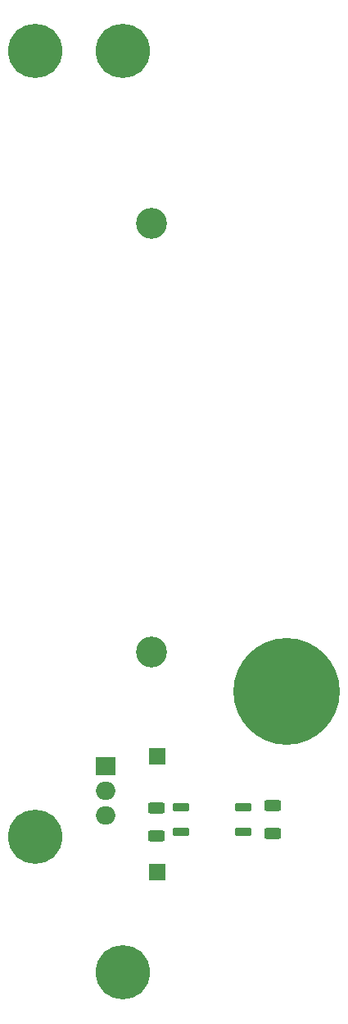
<source format=gbr>
%TF.GenerationSoftware,KiCad,Pcbnew,9.0.2*%
%TF.CreationDate,2026-01-15T18:41:09+07:00*%
%TF.ProjectId,PrechResv2,50726563-6852-4657-9376-322e6b696361,rev?*%
%TF.SameCoordinates,Original*%
%TF.FileFunction,Soldermask,Top*%
%TF.FilePolarity,Negative*%
%FSLAX46Y46*%
G04 Gerber Fmt 4.6, Leading zero omitted, Abs format (unit mm)*
G04 Created by KiCad (PCBNEW 9.0.2) date 2026-01-15 18:41:09*
%MOMM*%
%LPD*%
G01*
G04 APERTURE LIST*
G04 Aperture macros list*
%AMRoundRect*
0 Rectangle with rounded corners*
0 $1 Rounding radius*
0 $2 $3 $4 $5 $6 $7 $8 $9 X,Y pos of 4 corners*
0 Add a 4 corners polygon primitive as box body*
4,1,4,$2,$3,$4,$5,$6,$7,$8,$9,$2,$3,0*
0 Add four circle primitives for the rounded corners*
1,1,$1+$1,$2,$3*
1,1,$1+$1,$4,$5*
1,1,$1+$1,$6,$7*
1,1,$1+$1,$8,$9*
0 Add four rect primitives between the rounded corners*
20,1,$1+$1,$2,$3,$4,$5,0*
20,1,$1+$1,$4,$5,$6,$7,0*
20,1,$1+$1,$6,$7,$8,$9,0*
20,1,$1+$1,$8,$9,$2,$3,0*%
G04 Aperture macros list end*
%ADD10C,3.200000*%
%ADD11R,2.000000X1.905000*%
%ADD12O,2.000000X1.905000*%
%ADD13R,1.700000X1.700000*%
%ADD14C,5.600000*%
%ADD15C,11.000000*%
%ADD16RoundRect,0.250000X0.625000X-0.312500X0.625000X0.312500X-0.625000X0.312500X-0.625000X-0.312500X0*%
%ADD17RoundRect,0.102000X-0.750000X-0.300000X0.750000X-0.300000X0.750000X0.300000X-0.750000X0.300000X0*%
G04 APERTURE END LIST*
D10*
%TO.C,H1*%
X78000000Y-47793961D03*
%TD*%
D11*
%TO.C,Q1*%
X73250000Y-103710000D03*
D12*
X73250000Y-106250000D03*
X73250000Y-108790000D03*
%TD*%
D13*
%TO.C,J2*%
X78555907Y-102679211D03*
%TD*%
D14*
%TO.C,H7*%
X66000000Y-111000000D03*
%TD*%
D13*
%TO.C,J1*%
X78564151Y-114679411D03*
%TD*%
D15*
%TO.C,H4*%
X92000000Y-96000000D03*
%TD*%
D14*
%TO.C,H6*%
X66000000Y-30000000D03*
%TD*%
D16*
%TO.C,R2*%
X90500000Y-110712500D03*
X90500000Y-107787500D03*
%TD*%
%TO.C,R1*%
X78500000Y-110962500D03*
X78500000Y-108037500D03*
%TD*%
D17*
%TO.C,U1*%
X81045000Y-107980000D03*
X81045000Y-110520000D03*
X87455000Y-110520000D03*
X87455000Y-107980000D03*
%TD*%
D14*
%TO.C,H3*%
X75000000Y-125000000D03*
%TD*%
%TO.C,H2*%
X75000000Y-30000000D03*
%TD*%
D10*
%TO.C,H5*%
X78000000Y-92000000D03*
%TD*%
M02*

</source>
